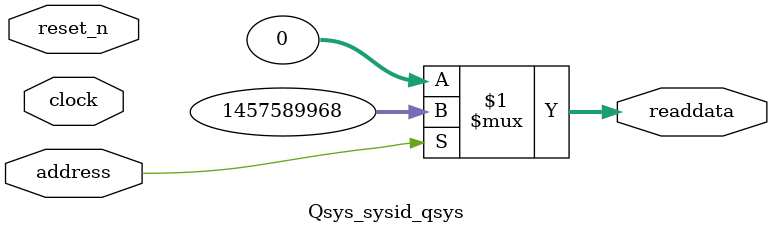
<source format=v>

`timescale 1ns / 1ps
// synthesis translate_on

// turn off superfluous verilog processor warnings 
// altera message_level Level1 
// altera message_off 10034 10035 10036 10037 10230 10240 10030 

module Qsys_sysid_qsys (
               // inputs:
                address,
                clock,
                reset_n,

               // outputs:
                readdata
             )
;

  output  [ 31: 0] readdata;
  input            address;
  input            clock;
  input            reset_n;

  wire    [ 31: 0] readdata;
  //control_slave, which is an e_avalon_slave
  assign readdata = address ? 1457589968 : 0;

endmodule




</source>
